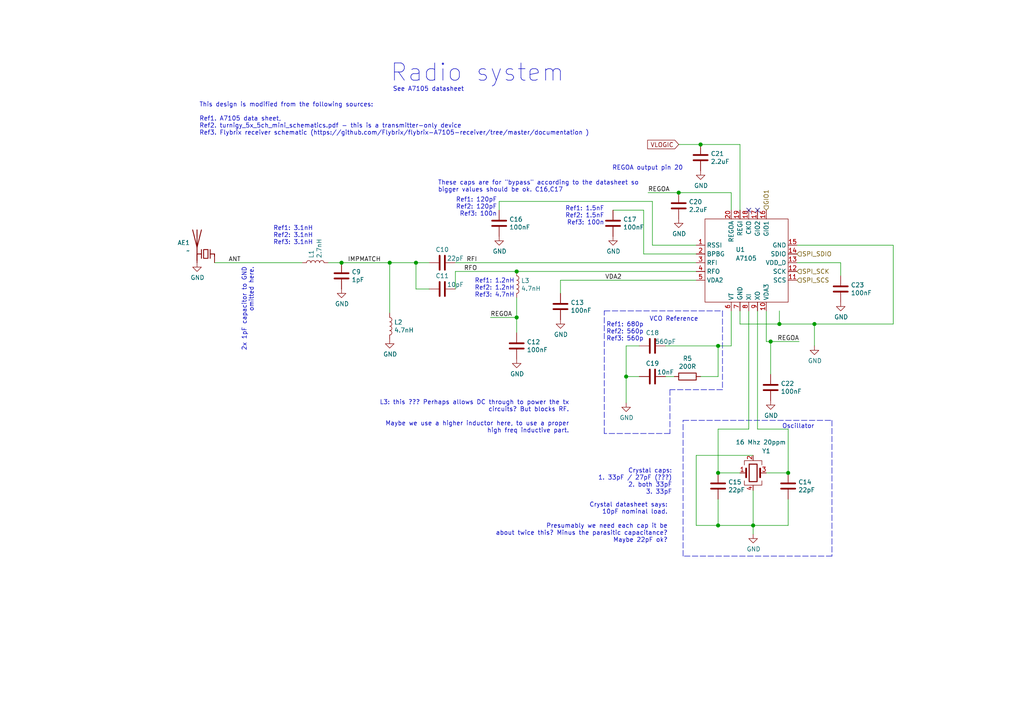
<source format=kicad_sch>
(kicad_sch (version 20201015) (generator eeschema)
  (paper "A4")
  (title_block (date "2020-04-29"))
  (lib_symbols
    (symbol "Device:Antenna_Chip" (pin_numbers hide) (pin_names hide)
      (property "Reference" "AE" (at 0 5.08 0))
      (property "Value" "Antenna_Chip" (at 0 3.175 0))
      (symbol "Antenna_Chip_0_1"
        (polyline (pts (xy -2.54 0) (xy -2.54 -0.635)) (stroke (width 0.254)))
        (polyline (pts (xy -2.54 0) (xy -1.27 0)) (stroke (width 0.254)))
        (polyline (pts (xy 1.27 0) (xy 2.54 0)) (stroke (width 0.254)))
        (polyline (pts (xy 1.27 1.27) (xy 1.27 -1.27)) (stroke (width 0.254)))
        (polyline (pts (xy 2.54 -0.635) (xy 2.54 0)))
        (polyline (pts (xy 2.54 6.985) (xy 2.54 -1.905)) (stroke (width 0.254)))
        (polyline (pts (xy -1.27 1.27) (xy -1.27 -1.27) (xy -1.27 0)) (stroke (width 0.254)))
        (polyline (pts (xy 3.81 6.985) (xy 2.54 1.905) (xy 1.27 6.985)) (stroke (width 0.254)))
        (polyline (pts (xy -0.635 1.27) (xy 0.635 1.27) (xy 0.635 -1.27) (xy -0.635 -1.27) (xy -0.635 1.27)) (stroke (width 0.254)))
      )
      (symbol "Antenna_Chip_1_1"
        (pin input line (at -2.54 -2.54 90) (length 2.54) (name "FEED") (number "1"))
        (pin passive line (at 2.54 -2.54 90) (length 2.54) (name "PCB_Trace") (number "2"))
      )
    )
    (symbol "Device:C" (pin_numbers hide) (pin_names (offset 0.254))
      (property "Reference" "C" (at 0.635 2.54 0))
      (property "Value" "C" (at 0.635 -2.54 0))
      (symbol "C_0_1"
        (polyline (pts (xy -2.032 -0.762) (xy 2.032 -0.762)) (stroke (width 0.508)))
        (polyline (pts (xy -2.032 0.762) (xy 2.032 0.762)) (stroke (width 0.508)))
      )
      (symbol "C_1_1"
        (pin passive line (at 0 3.81 270) (length 2.794) (name "~") (number "1"))
        (pin passive line (at 0 -3.81 90) (length 2.794) (name "~") (number "2"))
      )
    )
    (symbol "Device:Crystal_GND24" (pin_names hide)
      (property "Reference" "Y" (at 3.175 5.08 0))
      (property "Value" "Crystal_GND24" (at 3.175 3.175 0))
      (symbol "Crystal_GND24_0_1"
        (rectangle (start -1.143 2.54) (end 1.143 -2.54) (stroke (width 0.3048)))
        (polyline (pts (xy -2.54 0) (xy -2.032 0)))
        (polyline (pts (xy -2.032 -1.27) (xy -2.032 1.27)) (stroke (width 0.508)))
        (polyline (pts (xy 0 -3.81) (xy 0 -3.556)))
        (polyline (pts (xy 0 3.556) (xy 0 3.81)))
        (polyline (pts (xy 2.032 -1.27) (xy 2.032 1.27)) (stroke (width 0.508)))
        (polyline (pts (xy 2.032 0) (xy 2.54 0)))
        (polyline (pts (xy -2.54 -2.286) (xy -2.54 -3.556) (xy 2.54 -3.556) (xy 2.54 -2.286)))
        (polyline (pts (xy -2.54 2.286) (xy -2.54 3.556) (xy 2.54 3.556) (xy 2.54 2.286)))
      )
      (symbol "Crystal_GND24_1_1"
        (pin passive line (at -3.81 0 0) (length 1.27) (name "1") (number "1"))
        (pin passive line (at 0 5.08 270) (length 1.27) (name "2") (number "2"))
        (pin passive line (at 3.81 0 180) (length 1.27) (name "3") (number "3"))
        (pin passive line (at 0 -5.08 90) (length 1.27) (name "4") (number "4"))
      )
    )
    (symbol "Device:L" (pin_numbers hide) (pin_names hide)
      (property "Reference" "L" (at -1.27 0 90))
      (property "Value" "L" (at 1.905 0 90))
      (symbol "L_0_1"
        (arc (start 0 -2.54) (end 0 -1.27) (radius (at 0 -1.905) (length 0.635) (angles -89.9 89.9)))
        (arc (start 0 -1.27) (end 0 0) (radius (at 0 -0.635) (length 0.635) (angles -89.9 89.9)))
        (arc (start 0 0) (end 0 1.27) (radius (at 0 0.635) (length 0.635) (angles -89.9 89.9)))
        (arc (start 0 1.27) (end 0 2.54) (radius (at 0 1.905) (length 0.635) (angles -89.9 89.9)))
      )
      (symbol "L_1_1"
        (pin passive line (at 0 3.81 270) (length 1.27) (name "1") (number "1"))
        (pin passive line (at 0 -3.81 90) (length 1.27) (name "2") (number "2"))
      )
    )
    (symbol "Device:R" (pin_numbers hide) (pin_names (offset 0))
      (property "Reference" "R" (at 2.032 0 90))
      (property "Value" "R" (at 0 0 90))
      (symbol "R_0_1"
        (rectangle (start -1.016 -2.54) (end 1.016 2.54) (stroke (width 0.254)))
      )
      (symbol "R_1_1"
        (pin passive line (at 0 3.81 270) (length 1.27) (name "~") (number "1"))
        (pin passive line (at 0 -3.81 90) (length 1.27) (name "~") (number "2"))
      )
    )
    (symbol "malenki-nanoi:A7105"
      (property "Reference" "U" (at 0 0 0))
      (property "Value" "A7105" (at 0 3.81 0))
      (symbol "A7105_0_1"
        (rectangle (start -12.7 12.7) (end 11.43 -11.43))
      )
      (symbol "A7105_1_1"
        (pin passive line (at -15.24 5.08 0) (length 2.54) (name "RSSI") (number "1"))
        (pin passive line (at 5.08 -13.97 90) (length 2.54) (name "VDA3") (number "10"))
        (pin input line (at 13.97 -5.08 180) (length 2.54) (name "SCS") (number "11"))
        (pin input line (at 13.97 -2.54 180) (length 2.54) (name "SCK") (number "12"))
        (pin passive line (at 13.97 0 180) (length 2.54) (name "VDD_D") (number "13"))
        (pin bidirectional line (at 13.97 2.54 180) (length 2.54) (name "SDIO") (number "14"))
        (pin power_in line (at 13.97 5.08 180) (length 2.54) (name "GND") (number "15"))
        (pin bidirectional line (at 5.08 15.24 270) (length 2.54) (name "GIO1") (number "16"))
        (pin bidirectional line (at 2.54 15.24 270) (length 2.54) (name "GIO2") (number "17"))
        (pin output line (at 0 15.24 270) (length 2.54) (name "CKO") (number "18"))
        (pin power_in line (at -2.54 15.24 270) (length 2.54) (name "REGI") (number "19"))
        (pin passive line (at -15.24 2.54 0) (length 2.54) (name "BPBG") (number "2"))
        (pin passive line (at -5.08 15.24 270) (length 2.54) (name "REGOA") (number "20"))
        (pin power_in line (at 8.89 -13.97 90) (length 2.54) hide (name "GND") (number "21"))
        (pin passive line (at -15.24 0 0) (length 2.54) (name "RFI") (number "3"))
        (pin passive line (at -15.24 -2.54 0) (length 2.54) (name "RFO") (number "4"))
        (pin passive line (at -15.24 -5.08 0) (length 2.54) (name "VDA2") (number "5"))
        (pin passive line (at -5.08 -13.97 90) (length 2.54) (name "VT") (number "6"))
        (pin power_in line (at -2.54 -13.97 90) (length 2.54) (name "GND") (number "7"))
        (pin passive line (at 0 -13.97 90) (length 2.54) (name "XI") (number "8"))
        (pin passive line (at 2.54 -13.97 90) (length 2.54) (name "XO") (number "9"))
      )
    )
    (symbol "power:GND" (power) (pin_names (offset 0))
      (property "Value" "GND" (at 0 -3.81 0))
      (symbol "GND_0_1"
        (polyline (pts (xy 0 0) (xy 0 -1.27) (xy 1.27 -1.27) (xy 0 -2.54) (xy -1.27 -1.27) (xy 0 -1.27)))
      )
      (symbol "GND_1_1"
        (pin power_in line (at 0 0 270) (length 0) hide (name "GND") (number "1"))
      )
    )
  )
  (junction (at 99.06 76.2) (diameter 1.016))
  (junction (at 113.03 76.2) (diameter 1.016))
  (junction (at 120.65 76.2) (diameter 1.016))
  (junction (at 149.86 78.74) (diameter 1.016))
  (junction (at 149.86 92.075) (diameter 1.016))
  (junction (at 181.61 109.22) (diameter 1.016))
  (junction (at 196.85 55.88) (diameter 1.016))
  (junction (at 203.2 41.91) (diameter 1.016))
  (junction (at 208.28 100.33) (diameter 1.016))
  (junction (at 208.28 137.16) (diameter 1.016))
  (junction (at 208.28 152.4) (diameter 1.016))
  (junction (at 218.44 152.4) (diameter 1.016))
  (junction (at 223.52 99.06) (diameter 1.016))
  (junction (at 226.06 93.98) (diameter 1.016))
  (junction (at 228.6 137.16) (diameter 1.016))
  (junction (at 236.22 93.98) (diameter 1.016))
  (no_connect (at 219.71 60.96))
  (no_connect (at 217.17 60.96))
  (wire (pts (xy 62.23 76.2) (xy 87.63 76.2)))
  (wire (pts (xy 95.25 76.2) (xy 99.06 76.2)))
  (wire (pts (xy 99.06 76.2) (xy 113.03 76.2)))
  (wire (pts (xy 113.03 76.2) (xy 120.65 76.2)))
  (wire (pts (xy 113.03 90.805) (xy 113.03 76.2)))
  (wire (pts (xy 120.65 76.2) (xy 120.65 83.82)))
  (wire (pts (xy 120.65 76.2) (xy 124.46 76.2)))
  (wire (pts (xy 124.46 83.82) (xy 120.65 83.82)))
  (wire (pts (xy 132.08 76.2) (xy 201.93 76.2)))
  (wire (pts (xy 132.08 78.74) (xy 132.08 83.82)))
  (wire (pts (xy 132.08 78.74) (xy 149.86 78.74)))
  (wire (pts (xy 142.24 92.075) (xy 149.86 92.075)))
  (wire (pts (xy 144.78 58.42) (xy 144.78 60.96)))
  (wire (pts (xy 149.86 78.74) (xy 201.93 78.74)))
  (wire (pts (xy 149.86 86.36) (xy 149.86 92.075)))
  (wire (pts (xy 149.86 92.075) (xy 149.86 96.52)))
  (wire (pts (xy 162.56 81.28) (xy 162.56 85.09)))
  (wire (pts (xy 181.61 100.33) (xy 181.61 109.22)))
  (wire (pts (xy 181.61 109.22) (xy 181.61 116.84)))
  (wire (pts (xy 181.61 109.22) (xy 185.42 109.22)))
  (wire (pts (xy 185.42 100.33) (xy 181.61 100.33)))
  (wire (pts (xy 186.69 60.96) (xy 177.8 60.96)))
  (wire (pts (xy 186.69 73.66) (xy 186.69 60.96)))
  (wire (pts (xy 187.96 55.88) (xy 196.85 55.88)))
  (wire (pts (xy 189.23 58.42) (xy 144.78 58.42)))
  (wire (pts (xy 189.23 71.12) (xy 189.23 58.42)))
  (wire (pts (xy 193.04 100.33) (xy 208.28 100.33)))
  (wire (pts (xy 193.04 109.22) (xy 195.58 109.22)))
  (wire (pts (xy 196.85 41.91) (xy 203.2 41.91)))
  (wire (pts (xy 196.85 55.88) (xy 212.09 55.88)))
  (wire (pts (xy 201.93 71.12) (xy 189.23 71.12)))
  (wire (pts (xy 201.93 73.66) (xy 186.69 73.66)))
  (wire (pts (xy 201.93 81.28) (xy 162.56 81.28)))
  (wire (pts (xy 201.93 132.08) (xy 201.93 152.4)))
  (wire (pts (xy 201.93 152.4) (xy 208.28 152.4)))
  (wire (pts (xy 203.2 41.91) (xy 214.63 41.91)))
  (wire (pts (xy 203.2 109.22) (xy 208.28 109.22)))
  (wire (pts (xy 208.28 100.33) (xy 208.28 109.22)))
  (wire (pts (xy 208.28 100.33) (xy 212.09 100.33)))
  (wire (pts (xy 208.28 124.46) (xy 208.28 137.16)))
  (wire (pts (xy 208.28 137.16) (xy 214.63 137.16)))
  (wire (pts (xy 208.28 152.4) (xy 208.28 144.78)))
  (wire (pts (xy 208.28 152.4) (xy 218.44 152.4)))
  (wire (pts (xy 212.09 60.96) (xy 212.09 55.88)))
  (wire (pts (xy 212.09 90.17) (xy 212.09 100.33)))
  (wire (pts (xy 214.63 60.96) (xy 214.63 41.91)))
  (wire (pts (xy 214.63 90.17) (xy 214.63 93.98)))
  (wire (pts (xy 214.63 93.98) (xy 226.06 93.98)))
  (wire (pts (xy 217.17 90.17) (xy 217.17 124.46)))
  (wire (pts (xy 217.17 124.46) (xy 208.28 124.46)))
  (wire (pts (xy 218.44 132.08) (xy 201.93 132.08)))
  (wire (pts (xy 218.44 142.24) (xy 218.44 152.4)))
  (wire (pts (xy 218.44 152.4) (xy 218.44 154.94)))
  (wire (pts (xy 218.44 152.4) (xy 228.6 152.4)))
  (wire (pts (xy 219.71 124.46) (xy 219.71 90.17)))
  (wire (pts (xy 222.25 90.17) (xy 222.25 99.06)))
  (wire (pts (xy 222.25 99.06) (xy 223.52 99.06)))
  (wire (pts (xy 222.25 137.16) (xy 228.6 137.16)))
  (wire (pts (xy 223.52 99.06) (xy 223.52 108.585)))
  (wire (pts (xy 223.52 99.06) (xy 231.775 99.06)))
  (wire (pts (xy 226.06 90.17) (xy 226.06 93.98)))
  (wire (pts (xy 226.06 93.98) (xy 236.22 93.98)))
  (wire (pts (xy 228.6 124.46) (xy 219.71 124.46)))
  (wire (pts (xy 228.6 137.16) (xy 228.6 124.46)))
  (wire (pts (xy 228.6 152.4) (xy 228.6 144.78)))
  (wire (pts (xy 231.14 71.12) (xy 259.08 71.12)))
  (wire (pts (xy 231.14 76.2) (xy 243.84 76.2)))
  (wire (pts (xy 236.22 93.98) (xy 236.22 100.33)))
  (wire (pts (xy 236.22 93.98) (xy 259.08 93.98)))
  (wire (pts (xy 243.84 76.2) (xy 243.84 80.01)))
  (wire (pts (xy 259.08 71.12) (xy 259.08 93.98)))
  (polyline (pts (xy 175.26 90.17) (xy 209.55 90.17)) (stroke (width 0) (type dash)))
  (polyline (pts (xy 175.26 125.73) (xy 175.26 90.17)) (stroke (width 0) (type dash)))
  (polyline (pts (xy 194.31 113.03) (xy 194.31 125.73)) (stroke (width 0) (type dash)))
  (polyline (pts (xy 194.31 125.73) (xy 175.26 125.73)) (stroke (width 0) (type dash)))
  (polyline (pts (xy 198.12 121.92) (xy 241.3 121.92)) (stroke (width 0) (type dash)))
  (polyline (pts (xy 198.12 161.29) (xy 198.12 121.92)) (stroke (width 0) (type dash)))
  (polyline (pts (xy 209.55 90.17) (xy 209.55 113.03)) (stroke (width 0) (type dash)))
  (polyline (pts (xy 209.55 113.03) (xy 194.31 113.03)) (stroke (width 0) (type dash)))
  (polyline (pts (xy 241.3 121.92) (xy 241.3 161.29)) (stroke (width 0) (type dash)))
  (polyline (pts (xy 241.3 161.29) (xy 198.12 161.29)) (stroke (width 0) (type dash)))
  (text "This design is modified from the following sources:\n\nRef1. A7105 data sheet, \nRef2. turnigy_5x_5ch_mini_schematics.pdf - this is a transmitter-only device\nRef3. Flybrix receiver schematic (https://github.com/Flybrix/flybrix-A7105-receiver/tree/master/documentation )\n" (at 57.785 39.37 0) (effects (font (size 1.27 1.27)) (justify left bottom)))
  (text "2x 1pF capacitor to GND\nomitted here." (at 73.66 77.47 270) (effects (font (size 1.27 1.27)) (justify right bottom)))
  (text "Ref1: 3.1nH\nRef2: 3.1nH\nRef3: 3.1nH" (at 90.805 71.12 180) (effects (font (size 1.27 1.27)) (justify right bottom)))
  (text "These caps are for \"bypass\" according to the datasheet so\nbigger values should be ok. C16,C17" (at 127 55.88 0) (effects (font (size 1.27 1.27)) (justify left bottom)))
  (text "See A7105 datasheet" (at 134.62 26.67 180) (effects (font (size 1.27 1.27)) (justify right bottom)))
  (text "Ref1: 120pF\nRef2: 120pF\nRef3: 100n" (at 144.145 62.865 180) (effects (font (size 1.27 1.27)) (justify right bottom)))
  (text "Ref1: 1.2nH\nRef2: 1.2nH\nRef3: 4.7nH" (at 149.225 86.36 180) (effects (font (size 1.27 1.27)) (justify right bottom)))
  (text "Radio system" (at 163.83 24.13 180) (effects (font (size 5.0038 5.0038)) (justify right bottom)))
  (text "L3: this ??? Perhaps allows DC through to power the tx\ncircuits? But blocks RF.\n\nMaybe we use a higher inductor here, to use a proper\nhigh freq inductive part." (at 165.1 125.73 0) (effects (font (size 1.27 1.27)) (justify right bottom)))
  (text "Ref1: 1.5nF\nRef2: 1.5nF\nRef3: 100n" (at 175.26 65.405 180) (effects (font (size 1.27 1.27)) (justify right bottom)))
  (text "Ref1: 680p\nRef2: 560p\nRef3: 560p" (at 186.69 99.06 180) (effects (font (size 1.27 1.27)) (justify right bottom)))
  (text "Crystal datasheet says:\n10pF nominal load.\n\nPresumably we need each cap it be\nabout twice this? Minus the parasitic capacitance?\nMaybe 22pF ok?" (at 193.675 157.48 0) (effects (font (size 1.27 1.27)) (justify right bottom)))
  (text "Crystal caps:\n1. 33pF / 27pF (???)\n2. both 33pF\n3. 33pF" (at 194.945 143.51 0) (effects (font (size 1.27 1.27)) (justify right bottom)))
  (text "REGOA output pin 20" (at 198.12 49.53 180) (effects (font (size 1.27 1.27)) (justify right bottom)))
  (text "VCO Reference" (at 202.565 93.345 180) (effects (font (size 1.27 1.27)) (justify right bottom)))
  (text "Oscillator" (at 236.22 124.46 180) (effects (font (size 1.27 1.27)) (justify right bottom)))
  (label "ANT" (at 69.85 76.2 180))
  (label "IMPMATCH" (at 110.49 76.2 180))
  (label "RFI" (at 138.43 76.2 180))
  (label "RFO" (at 138.43 78.74 180))
  (label "REGOA" (at 142.24 92.075 0))
  (label "VDA2" (at 180.34 81.28 180))
  (label "REGOA" (at 187.96 55.88 0))
  (label "REGOA" (at 231.775 99.06 180))
  (global_label "VLOGIC" (shape input) (at 196.85 41.91 180) (property "Intersheet References" "${INTERSHEET_REFS}" (effects hide)))
  (hierarchical_label "GIO1" (shape input) (at 222.25 60.96 90))
  (hierarchical_label "SPI_SDIO" (shape input) (at 231.14 73.66 0))
  (hierarchical_label "SPI_SCK" (shape input) (at 231.14 78.74 0))
  (hierarchical_label "SPI_SCS" (shape input) (at 231.14 81.28 0))
  (symbol (lib_id "Device:L") (at 91.44 76.2 90) (unit 1)
    (property "Reference" "L1" (at 90.297 74.93 0) (effects (justify left)))
    (property "Value" "2.7nH" (at 92.583 74.93 0) (effects (justify left)))
    (property "Footprint" "Inductor_SMD:L_0402_1005Metric" (effects hide))
    (property "LCSC" "C13817" (effects hide))
  )
  (symbol (lib_id "Device:L") (at 113.03 94.615 0) (unit 1)
    (property "Reference" "L2" (at 114.3 93.472 0) (effects (justify left)))
    (property "Value" "4.7nH" (at 114.3 95.758 0) (effects (justify left)))
    (property "Footprint" "Inductor_SMD:L_0402_1005Metric" (effects hide))
    (property "LCSC" "C1030" (effects hide))
  )
  (symbol (lib_id "Device:L") (at 149.86 82.55 0) (unit 1)
    (property "Reference" "L3" (at 151.13 81.407 0) (effects (justify left)))
    (property "Value" "4.7nH" (at 151.13 83.693 0) (effects (justify left)))
    (property "Footprint" "Inductor_SMD:L_0402_1005Metric" (effects hide))
    (property "LCSC" "C1030" (effects hide))
  )
  (symbol (lib_id "power:GND") (at 57.15 76.2 0) (unit 1)
    (property "Reference" "#PWR0105" (effects hide))
    (property "Value" "GND" (at 57.277 80.518 0))
  )
  (symbol (lib_id "power:GND") (at 99.06 83.82 0) (unit 1)
    (property "Reference" "#PWR09" (effects hide))
    (property "Value" "GND" (at 99.187 88.138 0))
  )
  (symbol (lib_id "power:GND") (at 113.03 98.425 0) (unit 1)
    (property "Reference" "#PWR010" (effects hide))
    (property "Value" "GND" (at 113.157 102.743 0))
  )
  (symbol (lib_id "power:GND") (at 144.78 68.58 0) (unit 1)
    (property "Reference" "#PWR014" (effects hide))
    (property "Value" "GND" (at 144.907 72.898 0))
  )
  (symbol (lib_id "power:GND") (at 149.86 104.14 0) (unit 1)
    (property "Reference" "#PWR012" (effects hide))
    (property "Value" "GND" (at 149.987 108.458 0))
  )
  (symbol (lib_id "power:GND") (at 162.56 92.71 0) (unit 1)
    (property "Reference" "#PWR013" (effects hide))
    (property "Value" "GND" (at 162.687 97.028 0))
  )
  (symbol (lib_id "power:GND") (at 177.8 68.58 0) (unit 1)
    (property "Reference" "#PWR015" (effects hide))
    (property "Value" "GND" (at 177.927 72.898 0))
  )
  (symbol (lib_id "power:GND") (at 181.61 116.84 0) (unit 1)
    (property "Reference" "#PWR016" (effects hide))
    (property "Value" "GND" (at 181.737 121.158 0))
  )
  (symbol (lib_id "power:GND") (at 196.85 63.5 0) (unit 1)
    (property "Reference" "#PWR017" (effects hide))
    (property "Value" "GND" (at 196.977 67.818 0))
  )
  (symbol (lib_id "power:GND") (at 203.2 49.53 0) (unit 1)
    (property "Reference" "#PWR018" (effects hide))
    (property "Value" "GND" (at 203.327 53.848 0))
  )
  (symbol (lib_id "power:GND") (at 218.44 154.94 0) (unit 1)
    (property "Reference" "#PWR019" (effects hide))
    (property "Value" "GND" (at 218.567 159.258 0))
  )
  (symbol (lib_id "power:GND") (at 223.52 116.205 0) (unit 1)
    (property "Reference" "#PWR020" (effects hide))
    (property "Value" "GND" (at 223.647 120.523 0))
  )
  (symbol (lib_id "power:GND") (at 236.22 100.33 0) (unit 1)
    (property "Reference" "#PWR021" (effects hide))
    (property "Value" "GND" (at 236.347 104.648 0))
  )
  (symbol (lib_id "power:GND") (at 243.84 87.63 0) (unit 1)
    (property "Reference" "#PWR022" (effects hide))
    (property "Value" "GND" (at 243.967 91.948 0))
  )
  (symbol (lib_id "Device:R") (at 199.39 109.22 90) (unit 1)
    (property "Reference" "R5" (at 199.39 103.9876 90))
    (property "Value" "200R" (at 199.39 106.299 90))
    (property "Footprint" "Resistor_SMD:R_0402_1005Metric" (effects hide))
  )
  (symbol (lib_id "Device:C") (at 99.06 80.01 0) (unit 1)
    (property "Reference" "C9" (at 101.981 78.867 0) (effects (justify left)))
    (property "Value" "1pF" (at 101.981 81.153 0) (effects (justify left)))
    (property "Footprint" "Capacitor_SMD:C_0402_1005Metric" (effects hide))
  )
  (symbol (lib_id "Device:C") (at 128.27 76.2 90) (unit 1)
    (property "Reference" "C10" (at 128.27 72.39 90))
    (property "Value" "22pF" (at 132.08 74.93 90))
    (property "Footprint" "Capacitor_SMD:C_0402_1005Metric" (effects hide))
  )
  (symbol (lib_id "Device:C") (at 128.27 83.82 90) (unit 1)
    (property "Reference" "C11" (at 128.27 80.01 90))
    (property "Value" "10pF" (at 132.08 82.55 90))
    (property "Footprint" "Capacitor_SMD:C_0402_1005Metric" (effects hide))
  )
  (symbol (lib_id "Device:C") (at 144.78 64.77 0) (unit 1)
    (property "Reference" "C16" (at 147.701 63.627 0) (effects (justify left)))
    (property "Value" "100nF" (at 147.701 65.913 0) (effects (justify left)))
    (property "Footprint" "Capacitor_SMD:C_0402_1005Metric" (effects hide))
  )
  (symbol (lib_id "Device:C") (at 149.86 100.33 0) (unit 1)
    (property "Reference" "C12" (at 152.781 99.187 0) (effects (justify left)))
    (property "Value" "100nF" (at 152.781 101.473 0) (effects (justify left)))
    (property "Footprint" "Capacitor_SMD:C_0402_1005Metric" (effects hide))
  )
  (symbol (lib_id "Device:C") (at 162.56 88.9 0) (unit 1)
    (property "Reference" "C13" (at 165.481 87.757 0) (effects (justify left)))
    (property "Value" "100nF" (at 165.481 90.043 0) (effects (justify left)))
    (property "Footprint" "Capacitor_SMD:C_0402_1005Metric" (effects hide))
  )
  (symbol (lib_id "Device:C") (at 177.8 64.77 0) (unit 1)
    (property "Reference" "C17" (at 180.721 63.627 0) (effects (justify left)))
    (property "Value" "100nF" (at 180.721 65.913 0) (effects (justify left)))
    (property "Footprint" "Capacitor_SMD:C_0402_1005Metric" (effects hide))
  )
  (symbol (lib_id "Device:C") (at 189.23 100.33 90) (unit 1)
    (property "Reference" "C18" (at 189.23 96.52 90))
    (property "Value" "560pF" (at 193.04 99.06 90))
    (property "Footprint" "Capacitor_SMD:C_0402_1005Metric" (effects hide))
  )
  (symbol (lib_id "Device:C") (at 189.23 109.22 270) (unit 1)
    (property "Reference" "C19" (at 189.23 105.41 90))
    (property "Value" "10nF" (at 193.04 107.95 90))
    (property "Footprint" "Capacitor_SMD:C_0402_1005Metric" (effects hide))
  )
  (symbol (lib_id "Device:C") (at 196.85 59.69 0) (unit 1)
    (property "Reference" "C20" (at 199.771 58.547 0) (effects (justify left)))
    (property "Value" "2.2uF" (at 199.771 60.833 0) (effects (justify left)))
    (property "Footprint" "Capacitor_SMD:C_0603_1608Metric" (effects hide))
  )
  (symbol (lib_id "Device:C") (at 203.2 45.72 0) (unit 1)
    (property "Reference" "C21" (at 206.121 44.577 0) (effects (justify left)))
    (property "Value" "2.2uF" (at 206.121 46.863 0) (effects (justify left)))
    (property "Footprint" "Capacitor_SMD:C_0603_1608Metric" (effects hide))
  )
  (symbol (lib_id "Device:C") (at 208.28 140.97 0) (unit 1)
    (property "Reference" "C15" (at 211.201 139.827 0) (effects (justify left)))
    (property "Value" "22pF" (at 211.201 142.113 0) (effects (justify left)))
    (property "Footprint" "Capacitor_SMD:C_0402_1005Metric" (effects hide))
  )
  (symbol (lib_id "Device:C") (at 223.52 112.395 0) (unit 1)
    (property "Reference" "C22" (at 226.441 111.252 0) (effects (justify left)))
    (property "Value" "100nF" (at 226.441 113.538 0) (effects (justify left)))
    (property "Footprint" "Capacitor_SMD:C_0402_1005Metric" (effects hide))
  )
  (symbol (lib_id "Device:C") (at 228.6 140.97 0) (unit 1)
    (property "Reference" "C14" (at 231.521 139.827 0) (effects (justify left)))
    (property "Value" "22pF" (at 231.521 142.113 0) (effects (justify left)))
    (property "Footprint" "Capacitor_SMD:C_0402_1005Metric" (effects hide))
  )
  (symbol (lib_id "Device:C") (at 243.84 83.82 0) (unit 1)
    (property "Reference" "C23" (at 246.761 82.677 0) (effects (justify left)))
    (property "Value" "100nF" (at 246.761 84.963 0) (effects (justify left)))
    (property "Footprint" "Capacitor_SMD:C_0402_1005Metric" (effects hide))
  )
  (symbol (lib_id "Device:Antenna_Chip") (at 59.69 73.66 0) (mirror y) (unit 1)
    (property "Reference" "AE1" (at 55.118 70.4088 0) (effects (justify left)))
    (property "Value" "~" (at 55.118 72.7202 0) (effects (justify left)))
    (property "Footprint" "RF_Antenna:Texas_SWRA117D_2.4GHz_Left" (effects hide))
  )
  (symbol (lib_id "Device:Crystal_GND24") (at 218.44 137.16 0) (unit 1)
    (property "Reference" "Y1" (at 220.98 130.81 0) (effects (justify left)))
    (property "Value" "16 Mhz 20ppm" (at 213.36 128.27 0) (effects (justify left)))
    (property "Footprint" "Crystal:Crystal_SMD_2520-4Pin_2.5x2.0mm" (effects hide))
    (property "LCSC" "C179632" (effects hide))
  )
  (symbol (lib_id "malenki-nanoi:A7105") (at 217.17 76.2 0) (unit 1)
    (property "Reference" "U1" (at 213.36 72.39 0) (effects (justify left)))
    (property "Value" "A7105" (at 213.36 74.93 0) (effects (justify left)))
    (property "Footprint" "malenki-nano:a7105-QFN-20" (effects hide))
    (property "LCSC" "C126376" (effects hide))
  )
)
</source>
